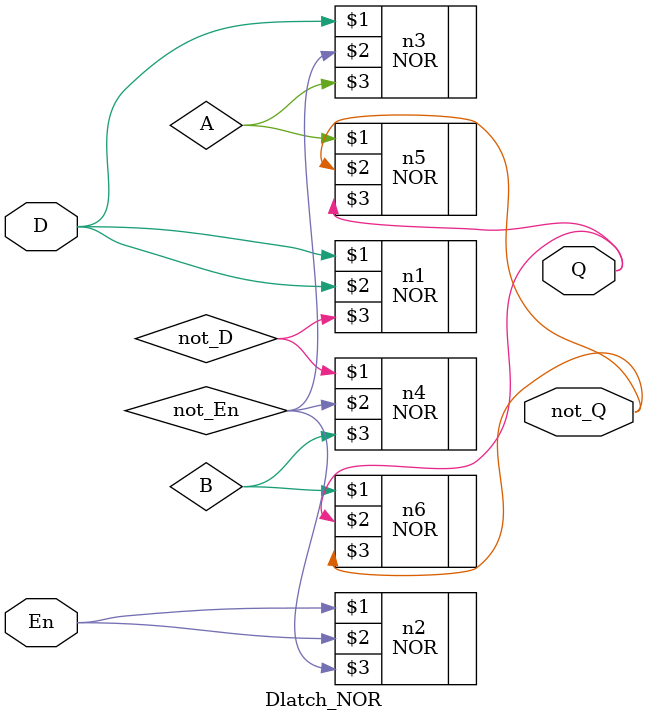
<source format=v>
`timescale 1ns / 1ps
module Dlatch_NOR(
    input En,
    input D,
    output Q,
    output not_Q
    );
	 
	 wire not_D,not_En,A,B ;
	 
	 NOR n1(D,D,not_D);
	 NOR n2(En,En,not_En);
	 NOR n3(D,not_En,A);
	 NOR n4(not_D,not_En,B);
	 NOR n5(A,not_Q,Q);
	 NOR n6(B,Q,not_Q);

	 

endmodule

</source>
